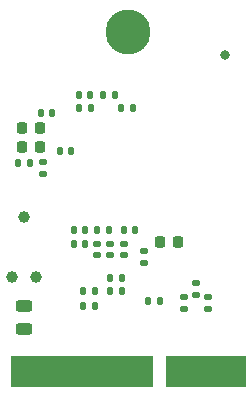
<source format=gbr>
%TF.GenerationSoftware,KiCad,Pcbnew,(7.0.0-rc2-153-g7d6218acb4)*%
%TF.CreationDate,2023-02-19T16:48:29+08:00*%
%TF.ProjectId,RAK3172-M.2-2230-Mod,52414b33-3137-4322-9d4d-2e322d323233,rev?*%
%TF.SameCoordinates,Original*%
%TF.FileFunction,Soldermask,Bot*%
%TF.FilePolarity,Negative*%
%FSLAX46Y46*%
G04 Gerber Fmt 4.6, Leading zero omitted, Abs format (unit mm)*
G04 Created by KiCad (PCBNEW (7.0.0-rc2-153-g7d6218acb4)) date 2023-02-19 16:48:29*
%MOMM*%
%LPD*%
G01*
G04 APERTURE LIST*
G04 Aperture macros list*
%AMRoundRect*
0 Rectangle with rounded corners*
0 $1 Rounding radius*
0 $2 $3 $4 $5 $6 $7 $8 $9 X,Y pos of 4 corners*
0 Add a 4 corners polygon primitive as box body*
4,1,4,$2,$3,$4,$5,$6,$7,$8,$9,$2,$3,0*
0 Add four circle primitives for the rounded corners*
1,1,$1+$1,$2,$3*
1,1,$1+$1,$4,$5*
1,1,$1+$1,$6,$7*
1,1,$1+$1,$8,$9*
0 Add four rect primitives between the rounded corners*
20,1,$1+$1,$2,$3,$4,$5,0*
20,1,$1+$1,$4,$5,$6,$7,0*
20,1,$1+$1,$6,$7,$8,$9,0*
20,1,$1+$1,$8,$9,$2,$3,0*%
G04 Aperture macros list end*
%ADD10C,0.100000*%
%ADD11C,0.990600*%
%ADD12RoundRect,0.243750X0.456250X-0.243750X0.456250X0.243750X-0.456250X0.243750X-0.456250X-0.243750X0*%
%ADD13C,2.600000*%
%ADD14C,3.800000*%
%ADD15RoundRect,0.140000X0.140000X0.170000X-0.140000X0.170000X-0.140000X-0.170000X0.140000X-0.170000X0*%
%ADD16C,0.800000*%
%ADD17RoundRect,0.140000X-0.140000X-0.170000X0.140000X-0.170000X0.140000X0.170000X-0.140000X0.170000X0*%
%ADD18RoundRect,0.135000X-0.185000X0.135000X-0.185000X-0.135000X0.185000X-0.135000X0.185000X0.135000X0*%
%ADD19RoundRect,0.135000X0.135000X0.185000X-0.135000X0.185000X-0.135000X-0.185000X0.135000X-0.185000X0*%
%ADD20RoundRect,0.140000X-0.170000X0.140000X-0.170000X-0.140000X0.170000X-0.140000X0.170000X0.140000X0*%
%ADD21RoundRect,0.218750X0.218750X0.256250X-0.218750X0.256250X-0.218750X-0.256250X0.218750X-0.256250X0*%
%ADD22RoundRect,0.135000X-0.135000X-0.185000X0.135000X-0.185000X0.135000X0.185000X-0.135000X0.185000X0*%
G04 APERTURE END LIST*
%TO.C,J301*%
G36*
X150975000Y-110975000D02*
G01*
X139025000Y-110975000D01*
X139025000Y-108475000D01*
X150975000Y-108475000D01*
X150975000Y-110975000D01*
G37*
D10*
X150975000Y-110975000D02*
X139025000Y-110975000D01*
X139025000Y-108475000D01*
X150975000Y-108475000D01*
X150975000Y-110975000D01*
G36*
X158875000Y-110975000D02*
G01*
X152175000Y-110975000D01*
X152175000Y-108475000D01*
X158875000Y-108475000D01*
X158875000Y-110975000D01*
G37*
X158875000Y-110975000D02*
X152175000Y-110975000D01*
X152175000Y-108475000D01*
X158875000Y-108475000D01*
X158875000Y-110975000D01*
%TD*%
D11*
%TO.C,CN201*%
X140150000Y-96685000D03*
X141166000Y-101765000D03*
X139134000Y-101765000D03*
%TD*%
D12*
%TO.C,F301*%
X140200000Y-106112500D03*
X140200000Y-104237500D03*
%TD*%
D13*
%TO.C,H301*%
X148950000Y-80975000D03*
D14*
X148950000Y-80975000D03*
%TD*%
D15*
%TO.C,C202*%
X145330000Y-98925000D03*
X144370000Y-98925000D03*
%TD*%
%TO.C,C201*%
X145330000Y-97775000D03*
X144370000Y-97775000D03*
%TD*%
D16*
%TO.C,SW201*%
X157200000Y-82975000D03*
%TD*%
D17*
%TO.C,C206*%
X141570000Y-87825000D03*
X142530000Y-87825000D03*
%TD*%
D18*
%TO.C,R302*%
X153750000Y-103465000D03*
X153750000Y-104485000D03*
%TD*%
D15*
%TO.C,C401*%
X148430000Y-102975000D03*
X147470000Y-102975000D03*
%TD*%
D19*
%TO.C,R403*%
X151660000Y-103775000D03*
X150640000Y-103775000D03*
%TD*%
%TO.C,R202*%
X145810000Y-87425000D03*
X144790000Y-87425000D03*
%TD*%
D20*
%TO.C,C203*%
X141750000Y-92045000D03*
X141750000Y-93005000D03*
%TD*%
D19*
%TO.C,R203*%
X147860000Y-86325000D03*
X146840000Y-86325000D03*
%TD*%
D20*
%TO.C,C301*%
X154750000Y-102295000D03*
X154750000Y-103255000D03*
%TD*%
D15*
%TO.C,C211*%
X145780000Y-86325000D03*
X144820000Y-86325000D03*
%TD*%
D21*
%TO.C,L203*%
X153225000Y-98775000D03*
X151650000Y-98775000D03*
%TD*%
%TO.C,L202*%
X141537500Y-89125000D03*
X139962500Y-89125000D03*
%TD*%
D20*
%TO.C,C204*%
X146350000Y-98945000D03*
X146350000Y-99905000D03*
%TD*%
D18*
%TO.C,R301*%
X155700000Y-103465000D03*
X155700000Y-104485000D03*
%TD*%
D21*
%TO.C,L201*%
X141537500Y-90775000D03*
X139962500Y-90775000D03*
%TD*%
D22*
%TO.C,R402*%
X145190000Y-104225000D03*
X146210000Y-104225000D03*
%TD*%
D19*
%TO.C,R401*%
X147440000Y-101875000D03*
X148460000Y-101875000D03*
%TD*%
D17*
%TO.C,C205*%
X144180000Y-91075000D03*
X143220000Y-91075000D03*
%TD*%
D20*
%TO.C,C210*%
X148600000Y-98945000D03*
X148600000Y-99905000D03*
%TD*%
D19*
%TO.C,R201*%
X140710000Y-92125000D03*
X139690000Y-92125000D03*
%TD*%
%TO.C,R404*%
X146210000Y-102975000D03*
X145190000Y-102975000D03*
%TD*%
D22*
%TO.C,R204*%
X149360000Y-87425000D03*
X148340000Y-87425000D03*
%TD*%
D17*
%TO.C,C209*%
X148600000Y-97775000D03*
X149560000Y-97775000D03*
%TD*%
D15*
%TO.C,C208*%
X147330000Y-97775000D03*
X146370000Y-97775000D03*
%TD*%
D20*
%TO.C,C212*%
X150350000Y-100535000D03*
X150350000Y-99575000D03*
%TD*%
%TO.C,C207*%
X147450000Y-98945000D03*
X147450000Y-99905000D03*
%TD*%
M02*

</source>
